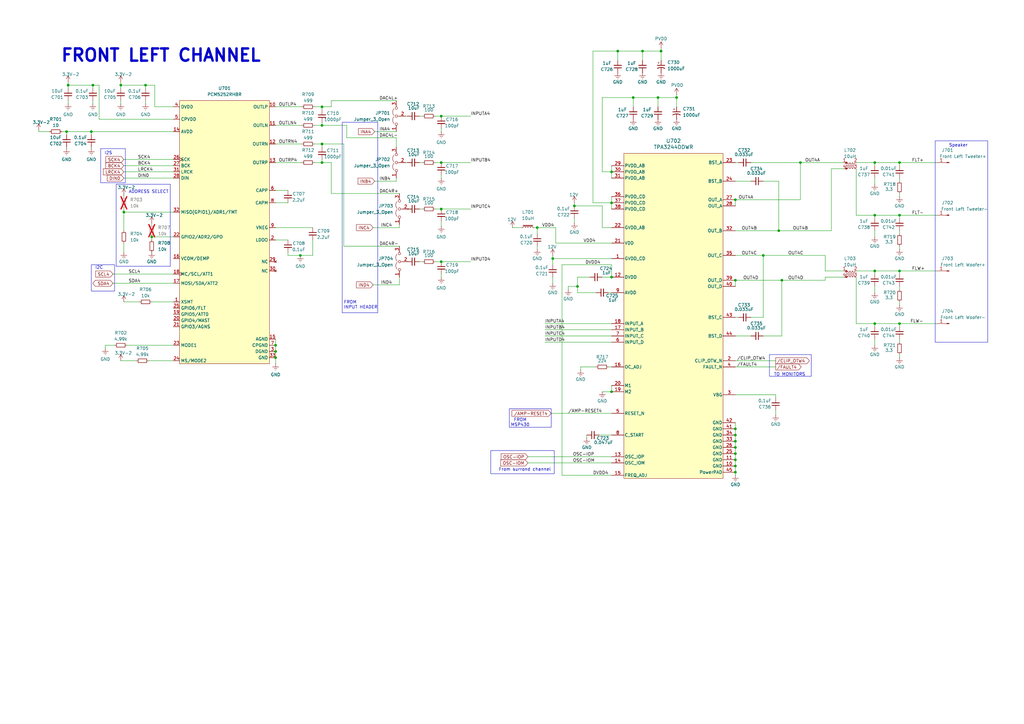
<source format=kicad_sch>
(kicad_sch (version 20250114) (generator "eeschema") (generator_version "9.0")
  (paper "A3")
  (title_block (title "Amplificateur Audio (Base Saine)") (date "2025-05-19") (rev "1.0") (company "NDG"))
  (rectangle (start 201.295 184.785) (end 227.33 194.31))
  (rectangle (start 140.335 50.165) (end 154.94 128.27))
  (rectangle (start 208.915 167.64) (end 226.06 175.26))
  (rectangle (start 315.595 145.415) (end 332.74 154.305))
  (rectangle (start 37.465 108.585) (end 46.99 119.38))
  (rectangle (start 47.625 75.565) (end 69.85 109.22))
  (rectangle (start 383.54 57.785) (end 405.13 140.335))
  (rectangle (start 41.275 60.96) (end 51.435 74.93))
  (text "From surrond channel\n\n" (at 215.265 193.675 0) (effects (font (size 1.27 1.27))))
  (text "FROM\nINPUT HEADER" (at 140.97 125.095 0) (effects (font (size 1.27 1.27)) (justify left)))
  (text "ADDRESS SELECT" (at 60.96 78.74 0) (effects (font (size 1.27 1.27))))
  (text "TO MONITORS" (at 323.85 153.67 0) (effects (font (size 1.27 1.27))))
  (text "I2C\n" (at 40.64 109.855 0) (effects (font (size 1.27 1.27))))
  (text "Speaker\n" (at 393.065 59.69 0) (effects (font (size 1.27 1.27))))
  (text "FROM\nMSP430\n" (at 213.36 173.355 0) (effects (font (size 1.27 1.27))))
  (text "FRONT LEFT CHANNEL\n" (at 66.04 22.86 0) (effects (font (size 5 5) (thickness 1) (bold yes))))
  (text "I2S\n" (at 44.45 62.865 0) (effects (font (size 1.27 1.27))))
  (junction (at 253.365 20.955))
  (junction (at 59.69 34.925))
  (junction (at 368.935 111.125))
  (junction (at 226.695 106.045))
  (junction (at 27.94 34.925))
  (junction (at 113.03 141.605))
  (junction (at 301.625 193.675))
  (junction (at 132.08 43.815))
  (junction (at 301.625 81.915))
  (junction (at 250.825 83.185))
  (junction (at 358.775 88.265))
  (junction (at 180.975 66.675))
  (junction (at 328.295 66.675))
  (junction (at 301.625 178.435))
  (junction (at 37.465 53.975))
  (junction (at 38.1 34.925))
  (junction (at 250.825 160.655))
  (junction (at 113.03 146.685))
  (junction (at 250.825 113.665))
  (junction (at 358.775 111.125))
  (junction (at 220.345 93.345))
  (junction (at 368.935 88.265))
  (junction (at 180.975 47.625))
  (junction (at 368.935 66.675))
  (junction (at 269.875 40.005))
  (junction (at 301.625 114.935))
  (junction (at 113.03 144.145))
  (junction (at 235.585 84.455))
  (junction (at 277.495 40.005))
  (junction (at 320.675 114.935))
  (junction (at 180.975 85.725))
  (junction (at 271.145 20.955))
  (junction (at 368.935 132.715))
  (junction (at 263.525 20.955))
  (junction (at 301.625 175.895))
  (junction (at 49.53 34.925))
  (junction (at 50.8 86.995))
  (junction (at 301.625 188.595))
  (junction (at 132.08 66.675))
  (junction (at 27.305 53.975))
  (junction (at 259.715 40.005))
  (junction (at 62.23 97.155))
  (junction (at 301.625 186.055))
  (junction (at 358.775 66.675))
  (junction (at 301.625 183.515))
  (junction (at 236.855 117.475))
  (junction (at 250.825 70.485))
  (junction (at 319.405 94.615))
  (junction (at 132.08 59.055))
  (junction (at 358.775 132.715))
  (junction (at 301.625 180.975))
  (junction (at 313.055 104.775))
  (junction (at 132.08 51.435))
  (junction (at 180.975 107.315))
  (junction (at 123.19 104.775))
  (junction (at 301.625 191.135))
  (wire (pts (xy 43.18 142.875) (xy 43.18 141.605)))
  (wire (pts (xy 113.03 59.055) (xy 123.825 59.055)))
  (wire (pts (xy 368.935 132.715) (xy 368.935 133.985)))
  (wire (pts (xy 60.96 147.955) (xy 71.12 147.955)))
  (wire (pts (xy 172.085 66.675) (xy 173.355 66.675)))
  (wire (pts (xy 132.08 59.055) (xy 128.905 59.055)))
  (wire (pts (xy 128.905 66.675) (xy 132.08 66.675)))
  (wire (pts (xy 302.895 130.175) (xy 301.625 130.175)))
  (wire (pts (xy 162.56 41.275) (xy 135.89 41.275)))
  (wire (pts (xy 301.625 183.515) (xy 301.625 186.055)))
  (wire (pts (xy 358.775 132.715) (xy 358.775 133.985)))
  (wire (pts (xy 113.03 141.605) (xy 113.03 144.145)))
  (wire (pts (xy 216.535 189.865) (xy 250.825 189.865)))
  (wire (pts (xy 358.775 141.605) (xy 358.775 139.065)))
  (wire (pts (xy 358.775 111.125) (xy 368.935 111.125)))
  (wire (pts (xy 368.935 111.125) (xy 384.175 111.125)))
  (wire (pts (xy 368.935 111.125) (xy 368.935 112.395)))
  (wire (pts (xy 301.625 81.915) (xy 301.625 84.455)))
  (wire (pts (xy 180.975 53.975) (xy 180.975 52.705)))
  (wire (pts (xy 301.625 104.775) (xy 313.055 104.775)))
  (wire (pts (xy 313.055 74.295) (xy 319.405 74.295)))
  (wire (pts (xy 236.855 113.665) (xy 236.855 117.475)))
  (wire (pts (xy 223.52 137.795) (xy 250.825 137.795)))
  (wire (pts (xy 180.975 73.025) (xy 180.975 71.755)))
  (wire (pts (xy 62.23 98.425) (xy 62.23 97.155)))
  (wire (pts (xy 301.625 175.895) (xy 301.625 178.435)))
  (wire (pts (xy 142.24 51.435) (xy 142.24 56.515)))
  (wire (pts (xy 301.625 137.795) (xy 307.975 137.795)))
  (wire (pts (xy 301.625 114.935) (xy 320.675 114.935)))
  (wire (pts (xy 235.585 83.185) (xy 235.585 84.455)))
  (wire (pts (xy 318.135 168.275) (xy 318.135 170.18)))
  (wire (pts (xy 318.135 150.495) (xy 301.625 150.495)))
  (wire (pts (xy 50.8 67.945) (xy 71.12 67.945)))
  (wire (pts (xy 351.155 113.665) (xy 351.155 132.715)))
  (wire (pts (xy 368.935 146.685) (xy 368.935 145.415)))
  (wire (pts (xy 135.89 66.675) (xy 132.08 66.675)))
  (wire (pts (xy 358.775 97.155) (xy 358.775 94.615)))
  (wire (pts (xy 249.555 120.015) (xy 250.825 120.015)))
  (wire (pts (xy 163.83 113.665) (xy 163.83 116.84)))
  (wire (pts (xy 368.935 74.295) (xy 368.935 73.025)))
  (wire (pts (xy 128.27 93.345) (xy 113.03 93.345)))
  (wire (pts (xy 50.8 99.695) (xy 50.8 103.505)))
  (wire (pts (xy 128.27 98.425) (xy 128.27 104.775)))
  (wire (pts (xy 40.64 48.895) (xy 40.64 34.925)))
  (wire (pts (xy 27.94 42.545) (xy 27.94 41.275)))
  (wire (pts (xy 320.675 114.935) (xy 320.675 137.795)))
  (wire (pts (xy 247.015 93.345) (xy 250.825 93.345)))
  (wire (pts (xy 118.11 104.775) (xy 118.11 103.505)))
  (wire (pts (xy 301.625 186.055) (xy 301.625 188.595)))
  (wire (pts (xy 49.53 33.655) (xy 49.53 34.925)))
  (wire (pts (xy 113.03 139.065) (xy 113.03 141.605)))
  (wire (pts (xy 301.625 191.135) (xy 301.625 193.675)))
  (wire (pts (xy 230.505 108.585) (xy 250.825 108.585)))
  (wire (pts (xy 250.825 83.185) (xy 243.205 83.185)))
  (wire (pts (xy 40.64 34.925) (xy 38.1 34.925)))
  (wire (pts (xy 238.125 150.495) (xy 244.475 150.495)))
  (wire (pts (xy 226.695 116.205) (xy 226.695 113.665)))
  (wire (pts (xy 253.365 20.955) (xy 263.525 20.955)))
  (wire (pts (xy 178.435 107.315) (xy 180.975 107.315)))
  (wire (pts (xy 351.155 111.125) (xy 358.775 111.125)))
  (wire (pts (xy 301.625 188.595) (xy 301.625 191.135)))
  (wire (pts (xy 132.08 51.435) (xy 128.905 51.435)))
  (wire (pts (xy 59.69 42.545) (xy 59.69 41.275)))
  (wire (pts (xy 180.975 92.71) (xy 180.975 90.805)))
  (wire (pts (xy 241.935 113.665) (xy 236.855 113.665)))
  (wire (pts (xy 247.015 84.455) (xy 247.015 93.345)))
  (wire (pts (xy 253.365 20.955) (xy 253.365 24.765)))
  (wire (pts (xy 223.52 140.335) (xy 250.825 140.335)))
  (wire (pts (xy 113.03 144.145) (xy 113.03 146.685)))
  (wire (pts (xy 243.205 83.185) (xy 243.205 20.955)))
  (wire (pts (xy 220.345 93.345) (xy 220.345 95.885)))
  (wire (pts (xy 247.015 84.455) (xy 235.585 84.455)))
  (wire (pts (xy 71.12 97.155) (xy 62.23 97.155)))
  (wire (pts (xy 50.8 70.485) (xy 71.12 70.485)))
  (wire (pts (xy 313.055 104.775) (xy 313.055 130.175)))
  (wire (pts (xy 318.135 161.925) (xy 301.625 161.925)))
  (wire (pts (xy 250.825 67.945) (xy 250.825 70.485)))
  (wire (pts (xy 247.015 160.655) (xy 250.825 160.655)))
  (wire (pts (xy 135.89 41.275) (xy 135.89 43.815)))
  (wire (pts (xy 223.52 132.715) (xy 250.825 132.715)))
  (wire (pts (xy 244.475 120.015) (xy 236.855 120.015)))
  (wire (pts (xy 52.07 141.605) (xy 71.12 141.605)))
  (wire (pts (xy 240.665 178.435) (xy 240.665 179.705)))
  (wire (pts (xy 50.8 86.995) (xy 50.8 94.615)))
  (wire (pts (xy 210.185 93.345) (xy 213.995 93.345)))
  (wire (pts (xy 43.18 141.605) (xy 46.99 141.605)))
  (wire (pts (xy 71.12 48.895) (xy 40.64 48.895)))
  (wire (pts (xy 249.555 150.495) (xy 250.825 150.495)))
  (wire (pts (xy 27.94 34.925) (xy 38.1 34.925)))
  (wire (pts (xy 368.935 102.235) (xy 368.935 100.965)))
  (wire (pts (xy 340.995 94.615) (xy 319.405 94.615)))
  (wire (pts (xy 25.4 53.975) (xy 27.305 53.975)))
  (wire (pts (xy 259.715 40.005) (xy 259.715 43.815)))
  (wire (pts (xy 27.94 34.925) (xy 27.94 36.195)))
  (wire (pts (xy 113.03 146.685) (xy 113.03 149.225)))
  (wire (pts (xy 27.94 33.655) (xy 27.94 34.925)))
  (wire (pts (xy 247.015 70.485) (xy 250.825 70.485)))
  (wire (pts (xy 162.56 56.515) (xy 162.56 60.325)))
  (wire (pts (xy 346.075 113.665) (xy 338.455 113.665)))
  (wire (pts (xy 113.03 51.435) (xy 123.825 51.435)))
  (wire (pts (xy 328.295 81.915) (xy 301.625 81.915)))
  (wire (pts (xy 271.145 19.685) (xy 271.145 20.955)))
  (wire (pts (xy 236.855 117.475) (xy 236.855 120.015)))
  (wire (pts (xy 118.11 104.775) (xy 123.19 104.775)))
  (wire (pts (xy 277.495 38.735) (xy 277.495 40.005)))
  (wire (pts (xy 301.625 173.355) (xy 301.625 175.895)))
  (wire (pts (xy 132.08 45.085) (xy 132.08 43.815)))
  (wire (pts (xy 220.345 100.965) (xy 220.345 102.235)))
  (wire (pts (xy 368.935 66.675) (xy 368.935 67.945)))
  (wire (pts (xy 313.055 130.175) (xy 307.975 130.175)))
  (wire (pts (xy 15.875 53.975) (xy 20.32 53.975)))
  (wire (pts (xy 163.83 93.345) (xy 153.035 93.345)))
  (wire (pts (xy 180.975 107.315) (xy 193.04 107.315)))
  (wire (pts (xy 259.715 40.005) (xy 269.875 40.005)))
  (wire (pts (xy 163.83 79.375) (xy 135.89 79.375)))
  (wire (pts (xy 178.435 85.725) (xy 180.975 85.725)))
  (wire (pts (xy 132.08 60.325) (xy 132.08 59.055)))
  (wire (pts (xy 46.355 112.395) (xy 71.12 112.395)))
  (wire (pts (xy 358.775 75.565) (xy 358.775 73.025)))
  (wire (pts (xy 226.695 104.775) (xy 226.695 106.045)))
  (wire (pts (xy 180.975 85.725) (xy 193.04 85.725)))
  (wire (pts (xy 307.975 74.295) (xy 301.625 74.295)))
  (wire (pts (xy 250.825 70.485) (xy 250.825 73.025)))
  (wire (pts (xy 301.625 194.945) (xy 301.625 193.675)))
  (wire (pts (xy 250.825 99.695) (xy 227.965 99.695)))
  (wire (pts (xy 118.11 83.185) (xy 113.03 83.185)))
  (wire (pts (xy 63.5 43.815) (xy 71.12 43.815)))
  (wire (pts (xy 162.56 74.295) (xy 162.56 73.025)))
  (wire (pts (xy 178.435 66.675) (xy 180.975 66.675)))
  (wire (pts (xy 37.465 55.245) (xy 37.465 53.975)))
  (wire (pts (xy 113.03 43.815) (xy 123.825 43.815)))
  (wire (pts (xy 167.005 47.625) (xy 166.37 47.625)))
  (wire (pts (xy 62.23 123.825) (xy 71.12 123.825)))
  (wire (pts (xy 368.935 88.265) (xy 368.935 89.535)))
  (wire (pts (xy 46.355 116.205) (xy 71.12 116.205)))
  (wire (pts (xy 318.135 147.955) (xy 301.625 147.955)))
  (wire (pts (xy 59.69 36.195) (xy 59.69 34.925)))
  (wire (pts (xy 50.8 85.725) (xy 50.8 86.995)))
  (wire (pts (xy 27.305 60.96) (xy 27.305 60.325)))
  (wire (pts (xy 153.67 53.975) (xy 162.56 53.975)))
  (wire (pts (xy 301.625 114.935) (xy 301.625 117.475)))
  (wire (pts (xy 368.935 80.645) (xy 368.935 79.375)))
  (wire (pts (xy 37.465 53.975) (xy 71.12 53.975)))
  (wire (pts (xy 358.775 88.265) (xy 368.935 88.265)))
  (wire (pts (xy 50.8 65.405) (xy 71.12 65.405)))
  (wire (pts (xy 263.525 20.955) (xy 263.525 24.765)))
  (wire (pts (xy 358.775 88.265) (xy 358.775 89.535)))
  (wire (pts (xy 50.8 80.01) (xy 50.8 80.645)))
  (wire (pts (xy 247.015 113.665) (xy 250.825 113.665)))
  (wire (pts (xy 358.775 66.675) (xy 358.775 67.945)))
  (wire (pts (xy 227.965 99.695) (xy 227.965 93.345)))
  (wire (pts (xy 250.825 80.645) (xy 250.825 83.185)))
  (wire (pts (xy 351.155 66.675) (xy 358.775 66.675)))
  (wire (pts (xy 351.155 88.265) (xy 358.775 88.265)))
  (wire (pts (xy 142.24 51.435) (xy 132.08 51.435)))
  (wire (pts (xy 132.08 43.815) (xy 128.905 43.815)))
  (wire (pts (xy 250.825 194.945) (xy 230.505 194.945)))
  (wire (pts (xy 63.5 34.925) (xy 59.69 34.925)))
  (wire (pts (xy 135.89 79.375) (xy 135.89 66.675)))
  (wire (pts (xy 180.975 113.665) (xy 180.975 112.395)))
  (wire (pts (xy 338.455 111.125) (xy 346.075 111.125)))
  (wire (pts (xy 132.08 66.675) (xy 132.08 65.405)))
  (wire (pts (xy 358.775 111.125) (xy 358.775 112.395)))
  (wire (pts (xy 178.435 47.625) (xy 180.975 47.625)))
  (wire (pts (xy 227.965 93.345) (xy 220.345 93.345)))
  (wire (pts (xy 180.975 66.675) (xy 193.04 66.675)))
  (wire (pts (xy 313.055 137.795) (xy 320.675 137.795)))
  (wire (pts (xy 250.825 108.585) (xy 250.825 113.665)))
  (wire (pts (xy 172.085 47.625) (xy 173.355 47.625)))
  (wire (pts (xy 49.53 34.925) (xy 49.53 36.195)))
  (wire (pts (xy 313.055 104.775) (xy 338.455 104.775)))
  (wire (pts (xy 243.205 20.955) (xy 253.365 20.955)))
  (wire (pts (xy 223.52 135.255) (xy 250.825 135.255)))
  (wire (pts (xy 301.625 178.435) (xy 301.625 180.975)))
  (wire (pts (xy 340.995 69.215) (xy 340.995 94.615)))
  (wire (pts (xy 38.1 42.545) (xy 38.1 41.275)))
  (wire (pts (xy 338.455 104.775) (xy 338.455 111.125)))
  (wire (pts (xy 318.135 163.195) (xy 318.135 161.925)))
  (wire (pts (xy 368.935 66.675) (xy 384.175 66.675)))
  (wire (pts (xy 271.145 20.955) (xy 263.525 20.955)))
  (wire (pts (xy 180.975 47.625) (xy 193.04 47.625)))
  (wire (pts (xy 338.455 114.935) (xy 320.675 114.935)))
  (wire (pts (xy 368.935 95.885) (xy 368.935 94.615)))
  (wire (pts (xy 233.045 117.475) (xy 236.855 117.475)))
  (wire (pts (xy 301.625 180.975) (xy 301.625 183.515)))
  (wire (pts (xy 140.97 100.965) (xy 140.97 59.055)))
  (wire (pts (xy 368.935 88.265) (xy 384.175 88.265)))
  (wire (pts (xy 277.495 40.005) (xy 269.875 40.005)))
  (wire (pts (xy 49.53 147.955) (xy 55.88 147.955)))
  (wire (pts (xy 142.24 56.515) (xy 162.56 56.515)))
  (wire (pts (xy 368.935 140.335) (xy 368.935 139.065)))
  (wire (pts (xy 167.005 66.675) (xy 166.37 66.675)))
  (wire (pts (xy 49.53 42.545) (xy 49.53 41.275)))
  (wire (pts (xy 226.695 106.045) (xy 226.695 108.585)))
  (wire (pts (xy 368.935 118.745) (xy 368.935 117.475)))
  (wire (pts (xy 172.085 107.315) (xy 173.355 107.315)))
  (wire (pts (xy 328.295 66.675) (xy 346.075 66.675)))
  (wire (pts (xy 259.715 40.005) (xy 247.015 40.005)))
  (wire (pts (xy 216.535 187.325) (xy 250.825 187.325)))
  (wire (pts (xy 368.935 125.095) (xy 368.935 123.825)))
  (wire (pts (xy 140.97 59.055) (xy 132.08 59.055)))
  (wire (pts (xy 15.875 53.34) (xy 15.875 53.975)))
  (wire (pts (xy 50.8 123.825) (xy 57.15 123.825)))
  (wire (pts (xy 338.455 113.665) (xy 338.455 114.935)))
  (wire (pts (xy 351.155 132.715) (xy 358.775 132.715)))
  (wire (pts (xy 153.67 74.295) (xy 162.56 74.295)))
  (wire (pts (xy 250.825 83.185) (xy 250.825 85.725)))
  (wire (pts (xy 340.995 69.215) (xy 346.075 69.215)))
  (wire (pts (xy 245.745 178.435) (xy 250.825 178.435)))
  (wire (pts (xy 172.085 85.725) (xy 173.355 85.725)))
  (wire (pts (xy 319.405 94.615) (xy 301.625 94.615)))
  (wire (pts (xy 118.11 98.425) (xy 113.03 98.425)))
  (wire (pts (xy 163.83 100.965) (xy 140.97 100.965)))
  (wire (pts (xy 49.53 34.925) (xy 59.69 34.925)))
  (wire (pts (xy 163.83 92.075) (xy 163.83 93.345)))
  (wire (pts (xy 233.045 117.475) (xy 233.045 118.745)))
  (wire (pts (xy 123.19 104.775) (xy 128.27 104.775)))
  (wire (pts (xy 302.895 66.675) (xy 301.625 66.675)))
  (wire (pts (xy 271.145 24.765) (xy 271.145 20.955)))
  (wire (pts (xy 238.125 151.765) (xy 238.125 150.495)))
  (wire (pts (xy 328.295 66.675) (xy 328.295 81.915)))
  (wire (pts (xy 226.06 169.545) (xy 250.825 169.545)))
  (wire (pts (xy 37.465 60.96) (xy 37.465 60.325)))
  (wire (pts (xy 219.075 93.345) (xy 220.345 93.345)))
  (wire (pts (xy 50.8 86.995) (xy 71.12 86.995)))
  (wire (pts (xy 226.695 106.045) (xy 250.825 106.045)))
  (wire (pts (xy 118.11 78.105) (xy 113.03 78.105)))
  (wire (pts (xy 135.89 43.815) (xy 132.08 43.815)))
  (wire (pts (xy 27.305 53.975) (xy 37.465 53.975)))
  (wire (pts (xy 319.405 74.295) (xy 319.405 94.615)))
  (wire (pts (xy 167.005 85.725) (xy 167.64 85.725)))
  (wire (pts (xy 38.1 36.195) (xy 38.1 34.925)))
  (wire (pts (xy 50.8 73.025) (xy 71.12 73.025)))
  (wire (pts (xy 269.875 40.005) (xy 269.875 43.815)))
  (wire (pts (xy 277.495 43.815) (xy 277.495 40.005)))
  (wire (pts (xy 358.775 66.675) (xy 368.935 66.675)))
  (wire (pts (xy 351.155 69.215) (xy 351.155 88.265)))
  (wire (pts (xy 62.23 91.44) (xy 62.23 92.075)))
  (wire (pts (xy 163.83 116.84) (xy 153.035 116.84)))
  (wire (pts (xy 358.775 132.715) (xy 368.935 132.715)))
  (wire (pts (xy 307.975 66.675) (xy 328.295 66.675)))
  (wire (pts (xy 250.825 158.115) (xy 250.825 160.655)))
  (wire (pts (xy 368.935 132.715) (xy 384.175 132.715)))
  (wire (pts (xy 230.505 194.945) (xy 230.505 108.585)))
  (wire (pts (xy 132.08 50.165) (xy 132.08 51.435)))
  (wire (pts (xy 63.5 43.815) (xy 63.5 34.925)))
  (wire (pts (xy 247.015 40.005) (xy 247.015 70.485)))
  (wire (pts (xy 113.03 66.675) (xy 123.825 66.675)))
  (wire (pts (xy 358.775 120.015) (xy 358.775 117.475)))
  (wire (pts (xy 167.005 107.315) (xy 167.64 107.315)))
  (wire (pts (xy 27.305 53.975) (xy 27.305 55.245)))
  (wire (pts (xy 235.585 89.535) (xy 235.585 91.44)))
  (label "OUT4C" (at 323.215 104.775 0))
  (label "OUT4B" (at 304.165 94.615 0))
  (label "{slash}FAULT4" (at 302.26 150.495 0))
  (label "INPUTB4" (at 193.04 66.675 0))
  (label "INPUTA4" (at 193.04 47.625 0))
  (label "OUT4B" (at 325.12 94.615 0))
  (label "{slash}AMP-RESET4" (at 233.045 169.545 0))
  (label "OUT4D" (at 323.215 114.935 0))
  (label "OUTLP4" (at 114.3 43.815 0))
  (label "INC4" (at 156.21 93.345 0))
  (label "OUTLN4" (at 114.3 51.435 0))
  (label "FLT-" (at 374.015 88.265 0))
  (label "DIN0" (at 56.515 73.025 0))
  (label "INPUTB4" (at 223.52 135.255 0))
  (label "DAC4L-" (at 155.575 56.515 0))
  (label "BCK4" (at 56.515 67.945 0))
  (label "INPUTD4" (at 193.04 107.315 0))
  (label "OUT4A" (at 330.2 66.675 0))
  (label "SDA4" (at 52.705 116.205 0))
  (label "IND4" (at 156.21 116.84 0))
  (label "INA4" (at 155.575 53.975 0))
  (label "FLT+" (at 374.015 66.675 0))
  (label "OUT4C" (at 304.165 104.775 0))
  (label "FLW-" (at 373.38 132.715 0))
  (label "OUT4A" (at 302.895 81.915 0))
  (label "INB4" (at 155.575 74.295 0))
  (label "VDD4" (at 222.25 93.345 0))
  (label "SCK4" (at 56.515 65.405 0))
  (label "INPUTA4" (at 223.52 132.715 0))
  (label "INPUTD4" (at 223.52 140.335 0))
  (label "DVDD4" (at 243.205 194.945 0))
  (label "DVDD4" (at 240.03 108.585 0))
  (label "INPUTC4" (at 193.04 85.725 0))
  (label "OSC-IOP" (at 234.95 187.325 0))
  (label "DAC4R-" (at 155.575 100.965 0))
  (label "OUT4D" (at 304.8 114.935 0))
  (label "VDD4" (at 239.2783 99.695 0))
  (label "INPUTC4" (at 223.52 137.795 0))
  (label "DAC4R+" (at 155.575 79.375 0))
  (label "OUTRN4" (at 114.3 59.055 0))
  (label "LRCK4" (at 56.515 70.485 0))
  (label "OSC-IOM" (at 234.95 189.865 0))
  (label "FLW+" (at 374.015 111.125 0))
  (label "OUTRP4" (at 114.3 66.675 0))
  (label "{slash}CLIP_OTW4" (at 302.26 147.955 0))
  (label "SCL4" (at 52.705 112.395 0))
  (label "DAC4L+" (at 155.575 41.275 0))
  (global_label "INB4" (shape input) (at 153.67 74.295 180) (property "Intersheetrefs" "${INTERSHEET_REFS}" (effects (hide yes))))
  (global_label "SCL4" (shape input) (at 46.355 112.395 180) (property "Intersheetrefs" "${INTERSHEET_REFS}" (effects (hide yes))))
  (global_label "{slash}CLIP_OTW4" (shape output) (at 318.135 147.955 0) (property "Intersheetrefs" "${INTERSHEET_REFS}" (effects (hide yes))))
  (global_label "LRCK4" (shape input) (at 50.8 70.485 180) (property "Intersheetrefs" "${INTERSHEET_REFS}" (effects (hide yes))))
  (global_label "INA4" (shape input) (at 153.67 53.975 180) (property "Intersheetrefs" "${INTERSHEET_REFS}" (effects (hide yes))))
  (global_label "{slash}AMP-RESET4" (shape input) (at 226.06 169.545 180) (property "Intersheetrefs" "${INTERSHEET_REFS}" (effects (hide yes))))
  (global_label "DIN0" (shape input) (at 50.8 73.025 180) (property "Intersheetrefs" "${INTERSHEET_REFS}" (effects (hide yes))))
  (global_label "BCK4" (shape input) (at 50.8 67.945 180) (property "Intersheetrefs" "${INTERSHEET_REFS}" (effects (hide yes))))
  (global_label "OSC-IOM" (shape input) (at 216.535 189.865 180) (property "Intersheetrefs" "${INTERSHEET_REFS}" (effects (hide yes))))
  (global_label "SDA4" (shape bidirectional) (at 46.355 116.205 180) (property "Intersheetrefs" "${INTERSHEET_REFS}" (effects (hide yes))))
  (global_label "IND4" (shape input) (at 153.035 116.84 180) (property "Intersheetrefs" "${INTERSHEET_REFS}" (effects (hide yes))))
  (global_label "SCK4" (shape input) (at 50.8 65.405 180) (property "Intersheetrefs" "${INTERSHEET_REFS}" (effects (hide yes))))
  (global_label "{slash}FAULT4" (shape output) (at 318.135 150.495 0) (property "Intersheetrefs" "${INTERSHEET_REFS}" (effects (hide yes))))
  (global_label "INC4" (shape input) (at 153.035 93.345 180) (property "Intersheetrefs" "${INTERSHEET_REFS}" (effects (hide yes))))
  (global_label "OSC-IOP" (shape input) (at 216.535 187.325 180) (property "Intersheetrefs" "${INTERSHEET_REFS}" (effects (hide yes))))
  (symbol (lib_id "power:Earth") (at 27.305 60.96 0) (unit 1)
    (property "Reference" "#PWR0595" (effects (hide yes)))
    (property "Value" "GND" (at 27.305 65.405 0))
    (property "Description" "Power symbol creates a global label with name \"Earth\"" (effects (hide yes)))
  )
  (symbol (lib_id "Device:C_Small") (at 247.015 120.015 90) (unit 1)
    (property "Reference" "C725" (at 251.079 121.285 90))
    (property "Value" "1uF" (at 251.333 123.063 90))
    (property "Description" "Unpolarized capacitor, small symbol" (effects (hide yes)))
  )
  (symbol (lib_id "Device:R_Small") (at 58.42 147.955 90) (unit 1)
    (property "Reference" "R705" (at 58.42 142.875 90))
    (property "Value" "4.99k" (at 58.42 145.415 90))
    (property "Description" "Resistor, small symbol" (effects (hide yes)))
  )
  (symbol (lib_id "power:Earth") (at 180.975 113.665 0) (unit 1)
    (property "Reference" "#PWR0602" (effects (hide yes)))
    (property "Value" "GND" (at 180.975 118.11 0))
    (property "Description" "Power symbol creates a global label with name \"Earth\"" (effects (hide yes)))
  )
  (symbol (lib_id "Device:R_Small") (at 247.015 150.495 270) (unit 1)
    (property "Reference" "R717" (at 247.015 146.431 90))
    (property "Value" "22k" (at 247.015 147.955 90))
    (property "Description" "Resistor, small symbol" (effects (hide yes)))
  )
  (symbol (lib_id "Device:R_Small") (at 22.86 53.975 270) (unit 1)
    (property "Reference" "R701" (at 22.86 48.895 90))
    (property "Value" "10" (at 22.86 51.435 90))
    (property "Description" "Resistor, small symbol" (effects (hide yes)))
  )
  (symbol (lib_id "power:Earth") (at 269.875 48.895 0) (unit 1)
    (property "Reference" "#PWR0614" (effects (hide yes)))
    (property "Value" "GND" (at 269.875 52.705 0))
    (property "Description" "Power symbol creates a global label with name \"Earth\"" (effects (hide yes)))
  )
  (symbol (lib_id "power:Earth") (at 253.365 29.845 0) (unit 1)
    (property "Reference" "#PWR0616" (effects (hide yes)))
    (property "Value" "GND" (at 253.365 33.655 0))
    (property "Description" "Power symbol creates a global label with name \"Earth\"" (effects (hide yes)))
  )
  (symbol (lib_id "power:+12V") (at 271.145 19.685 0) (unit 1)
    (property "Reference" "#PWR0737" (effects (hide yes)))
    (property "Value" "PVDD" (at 271.145 15.875 0))
    (property "Description" "Power symbol creates a global label with name \"+12V\"" (effects (hide yes)))
  )
  (symbol (lib_id "power:Earth") (at 259.715 48.895 0) (unit 1)
    (property "Reference" "#PWR0613" (effects (hide yes)))
    (property "Value" "GND" (at 259.715 52.705 0))
    (property "Description" "Power symbol creates a global label with name \"Earth\"" (effects (hide yes)))
  )
  (symbol (lib_id "Device:C_Small") (at 180.975 109.855 0) (unit 1)
    (property "Reference" "C719" (at 185.42 108.712 0))
    (property "Value" "100pF" (at 185.42 111.252 0))
    (property "Description" "Unpolarized capacitor, small symbol" (effects (hide yes)))
  )
  (symbol (lib_id "Device:R_Small") (at 126.365 43.815 270) (unit 1)
    (property "Reference" "R709" (at 126.365 38.735 90))
    (property "Value" "499" (at 126.365 41.275 90))
    (property "Description" "Resistor, small symbol" (effects (hide yes)))
  )
  (symbol (lib_id "Device:C_Small") (at 180.975 69.215 0) (unit 1)
    (property "Reference" "C717" (at 185.42 68.072 0))
    (property "Value" "100pF" (at 185.42 70.612 0))
    (property "Description" "Unpolarized capacitor, small symbol" (effects (hide yes)))
  )
  (symbol (lib_id "power:Earth") (at 62.23 103.505 0) (unit 1)
    (property "Reference" "#PWR0594" (effects (hide yes)))
    (property "Value" "GND" (at 62.23 107.315 0))
    (property "Description" "Power symbol creates a global label with name \"Earth\"" (effects (hide yes)))
  )
  (symbol (lib_id "Device:C_Small") (at 180.975 88.265 0) (unit 1)
    (property "Reference" "C718" (at 185.42 87.122 0))
    (property "Value" "100pF" (at 185.42 89.662 0))
    (property "Description" "Unpolarized capacitor, small symbol" (effects (hide yes)))
  )
  (symbol (lib_id "power:Earth") (at 271.145 29.845 0) (unit 1)
    (property "Reference" "#PWR0618" (effects (hide yes)))
    (property "Value" "GND" (at 271.145 33.655 0))
    (property "Description" "Power symbol creates a global label with name \"Earth\"" (effects (hide yes)))
  )
  (symbol (lib_id "Device:C_Small") (at 310.515 74.295 270) (unit 1)
    (property "Reference" "C734" (at 310.261 69.215 90))
    (property "Value" "0.033uF" (at 310.261 70.993 90))
    (property "Description" "Unpolarized capacitor, small symbol" (effects (hide yes)))
  )
  (symbol (lib_id "Device:R_Small") (at 175.895 107.315 270) (unit 1)
    (property "Reference" "R716" (at 175.895 103.251 90))
    (property "Value" "100" (at 175.895 104.775 90))
    (property "Description" "Resistor, small symbol" (effects (hide yes)))
  )
  (symbol (lib_id "Device:C_Small") (at 27.305 57.785 180) (unit 1)
    (property "Reference" "C702" (at 22.86 58.928 0))
    (property "Value" "10uF" (at 22.86 56.388 0))
    (property "Description" "Unpolarized capacitor, small symbol" (effects (hide yes)))
  )
  (symbol (lib_id "Device:C_Small") (at 358.775 70.485 180) (unit 1)
    (property "Reference" "C737" (at 354.33 71.628 0))
    (property "Value" "1uF" (at 354.33 69.088 0))
    (property "Description" "Unpolarized capacitor, small symbol" (effects (hide yes)))
  )
  (symbol (lib_id "Device:R_Small") (at 126.365 66.675 270) (unit 1)
    (property "Reference" "R712" (at 126.365 61.595 90))
    (property "Value" "499" (at 126.365 64.135 90))
    (property "Description" "Resistor, small symbol" (effects (hide yes)))
  )
  (symbol (lib_id "Device:C_Polarized_Small_US") (at 271.145 27.305 0) (unit 1)
    (property "Reference" "C730" (at 273.685 25.6031 0) (effects (justify left)))
    (property "Value" "1000uF" (at 273.685 28.1431 0) (effects (justify left)))
    (property "Description" "Polarized capacitor, small US symbol" (effects (hide yes)))
  )
  (symbol (lib_id "Device:C_Small") (at 318.135 165.735 180) (unit 1)
    (property "Reference" "C736" (at 313.69 166.878 0))
    (property "Value" "0.1uF" (at 313.69 164.338 0))
    (property "Description" "Unpolarized capacitor, small symbol" (effects (hide yes)))
  )
  (symbol (lib_id "Device:C_Small") (at 49.53 38.735 180) (unit 1)
    (property "Reference" "C705" (at 45.085 39.878 0))
    (property "Value" "10uF" (at 45.085 37.338 0))
    (property "Description" "Unpolarized capacitor, small symbol" (effects (hide yes)))
  )
  (symbol (lib_id "power:Earth") (at 263.525 29.845 0) (unit 1)
    (property "Reference" "#PWR0617" (effects (hide yes)))
    (property "Value" "GND" (at 263.525 33.655 0))
    (property "Description" "Power symbol creates a global label with name \"Earth\"" (effects (hide yes)))
  )
  (symbol (lib_id "Connector:Conn_01x01_Pin") (at 389.255 111.125 180) (unit 1)
    (property "Reference" "J703" (at 388.62 106.045 0))
    (property "Value" "Front Left Woofer+" (at 394.97 108.585 0))
    (property "Description" "Generic connector, single row, 01x01, script generated" (effects (hide yes)))
  )
  (symbol (lib_id "Libglobal:PCM5252RHBR") (at 85.09 40.005 0) (unit 1)
    (property "Reference" "U701" (at 92.075 36.195 0))
    (property "Value" "PCM5252RHBR" (at 92.075 38.735 0))
  )
  (symbol (lib_id "power:+3V3") (at 50.8 80.01 0) (unit 1)
    (property "Reference" "#PWR0715" (effects (hide yes)))
    (property "Value" "3.3V-2" (at 48.26 76.835 0) (effects (justify left)))
    (property "Description" "Power symbol creates a global label with name \"+3V3\"" (effects (hide yes)))
  )
  (symbol (lib_id "Device:C_Small") (at 368.935 92.075 180) (unit 1)
    (property "Reference" "C742" (at 364.49 93.218 0))
    (property "Value" "0.01uF" (at 364.49 90.678 0))
    (property "Description" "Unpolarized capacitor, small symbol" (effects (hide yes)))
  )
  (symbol (lib_id "Device:R_Small") (at 175.895 47.625 270) (unit 1)
    (property "Reference" "R713" (at 175.895 43.561 90))
    (property "Value" "100" (at 175.895 45.085 90))
    (property "Description" "Resistor, small symbol" (effects (hide yes)))
  )
  (symbol (lib_id "Libglobal:TPA3244DDWR") (at 276.225 135.255 0) (unit 1)
    (property "Reference" "U702" (at 276.225 57.785 0) (effects (font (size 1.524 1.524))))
    (property "Value" "TPA3244DDWR" (at 276.225 60.325 0) (effects (font (size 1.524 1.524))))
    (property "Footprint" "DDV0044D_N" (effects (hide yes)))
    (property "Datasheet" "TPA3255DDV" (effects (hide yes)))
  )
  (symbol (lib_id "Device:L_Iron_Coupled_Small_1243") (at 348.615 67.945 0) (unit 1)
    (property "Reference" "L702" (at 348.615 61.595 0))
    (property "Value" "10uH" (at 348.615 64.135 0))
    (property "Description" "Coupled inductor with iron core, small symbol" (effects (hide yes)))
  )
  (symbol (lib_id "power:Earth") (at 301.625 194.945 0) (unit 1)
    (property "Reference" "#PWR0620" (effects (hide yes)))
    (property "Value" "GND" (at 301.625 198.755 0))
    (property "Description" "Power symbol creates a global label with name \"Earth\"" (effects (hide yes)))
  )
  (symbol (lib_id "Device:R_Small") (at 175.895 85.725 270) (unit 1)
    (property "Reference" "R715" (at 175.895 81.661 90))
    (property "Value" "100" (at 175.895 83.185 90))
    (property "Description" "Resistor, small symbol" (effects (hide yes)))
  )
  (symbol (lib_id "power:Earth") (at 368.935 125.095 0) (unit 1)
    (property "Reference" "#PWR0626" (effects (hide yes)))
    (property "Value" "GND" (at 368.935 128.905 0))
    (property "Description" "Power symbol creates a global label with name \"Earth\"" (effects (hide yes)))
  )
  (symbol (lib_id "Device:C_Small") (at 310.515 137.795 270) (unit 1)
    (property "Reference" "C735" (at 310.261 132.715 90))
    (property "Value" "0.033uF" (at 310.261 134.493 90))
    (property "Description" "Unpolarized capacitor, small symbol" (effects (hide yes)))
  )
  (symbol (lib_id "Device:R_Small") (at 126.365 59.055 270) (unit 1)
    (property "Reference" "R711" (at 126.365 53.975 90))
    (property "Value" "499" (at 126.365 56.515 90))
    (property "Description" "Resistor, small symbol" (effects (hide yes)))
  )
  (symbol (lib_id "Device:C_Small") (at 368.935 136.525 180) (unit 1)
    (property "Reference" "C744" (at 364.49 137.668 0))
    (property "Value" "0.01uF" (at 364.49 135.128 0))
    (property "Description" "Unpolarized capacitor, small symbol" (effects (hide yes)))
  )
  (symbol (lib_id "Device:R_Small") (at 62.23 100.965 180) (unit 1)
    (property "Reference" "R708" (at 64.77 99.6949 0) (effects (justify right)))
    (property "Value" "10k" (at 64.77 102.2349 0) (effects (justify right)))
    (property "Description" "Resistor, small symbol" (effects (hide yes)))
  )
  (symbol (lib_id "Device:C_Small") (at 269.875 46.355 180) (unit 1)
    (property "Reference" "C729" (at 265.43 47.498 0))
    (property "Value" "1uF" (at 265.43 44.958 0))
    (property "Description" "Unpolarized capacitor, small symbol" (effects (hide yes)))
  )
  (symbol (lib_id "power:Earth") (at 123.19 104.775 0) (unit 1)
    (property "Reference" "#PWR0601" (effects (hide yes)))
    (property "Value" "GND" (at 123.19 109.22 0))
    (property "Description" "Power symbol creates a global label with name \"Earth\"" (effects (hide yes)))
  )
  (symbol (lib_id "Device:C_Small") (at 169.545 85.725 90) (unit 1)
    (property "Reference" "C714" (at 169.418 80.772 90))
    (property "Value" "10uF" (at 169.799 82.423 90))
    (property "Description" "Unpolarized capacitor, small symbol" (effects (hide yes)))
  )
  (symbol (lib_id "Device:R_Small") (at 368.935 76.835 0) (unit 1)
    (property "Reference" "R718" (at 364.871 75.565 0))
    (property "Value" "3.3" (at 364.617 77.597 0))
    (property "Description" "Resistor, small symbol" (effects (hide yes)))
  )
  (symbol (lib_id "power:Earth") (at 233.045 118.745 0) (unit 1)
    (property "Reference" "#PWR0610" (effects (hide yes)))
    (property "Value" "GND" (at 233.045 122.555 0))
    (property "Description" "Power symbol creates a global label with name \"Earth\"" (effects (hide yes)))
  )
  (symbol (lib_id "power:+3V3") (at 15.875 53.34 0) (unit 1)
    (property "Reference" "#PWR0716" (effects (hide yes)))
    (property "Value" "3.3V-2" (at 13.335 50.165 0) (effects (justify left)))
    (property "Description" "Power symbol creates a global label with name \"+3V3\"" (effects (hide yes)))
  )
  (symbol (lib_id "Device:R_Small") (at 368.935 142.875 0) (unit 1)
    (property "Reference" "R721" (at 364.871 141.605 0))
    (property "Value" "3.3" (at 364.617 143.637 0))
    (property "Description" "Resistor, small symbol" (effects (hide yes)))
  )
  (symbol (lib_id "power:Earth") (at 113.03 149.225 0) (unit 1)
    (property "Reference" "#PWR0591" (effects (hide yes)))
    (property "Value" "GND" (at 113.03 153.67 0))
    (property "Description" "Power symbol creates a global label with name \"Earth\"" (effects (hide yes)))
  )
  (symbol (lib_id "Device:C_Small") (at 305.435 66.675 270) (unit 1)
    (property "Reference" "C732" (at 305.181 61.595 90))
    (property "Value" "0.033uF" (at 305.181 63.373 90))
    (property "Description" "Unpolarized capacitor, small symbol" (effects (hide yes)))
  )
  (symbol (lib_id "Device:C_Small") (at 169.545 107.315 90) (unit 1)
    (property "Reference" "C715" (at 169.418 102.362 90))
    (property "Value" "10uF" (at 169.799 104.013 90))
    (property "Description" "Unpolarized capacitor, small symbol" (effects (hide yes)))
  )
  (symbol (lib_id "power:Earth") (at 50.8 103.505 0) (unit 1)
    (property "Reference" "#PWR0593" (effects (hide yes)))
    (property "Value" "GND" (at 50.8 107.315 0))
    (property "Description" "Power symbol creates a global label with name \"Earth\"" (effects (hide yes)))
  )
  (symbol (lib_id "Device:C_Small") (at 358.775 92.075 180) (unit 1)
    (property "Reference" "C738" (at 354.33 93.218 0))
    (property "Value" "1uF" (at 354.33 90.678 0))
    (property "Description" "Unpolarized capacitor, small symbol" (effects (hide yes)))
  )
  (symbol (lib_id "Device:C_Small") (at 169.545 47.625 90) (unit 1)
    (property "Reference" "C712" (at 169.418 42.672 90))
    (property "Value" "10uF" (at 169.799 44.323 90))
    (property "Description" "Unpolarized capacitor, small symbol" (effects (hide yes)))
  )
  (symbol (lib_id "Device:C_Small") (at 59.69 38.735 180) (unit 1)
    (property "Reference" "C706" (at 55.245 39.878 0))
    (property "Value" "0.1uF" (at 55.245 37.338 0))
    (property "Description" "Unpolarized capacitor, small symbol" (effects (hide yes)))
  )
  (symbol (lib_id "Device:C_Small") (at 118.11 100.965 0) (unit 1)
    (property "Reference" "C708" (at 122.555 99.822 0))
    (property "Value" "0.1uF" (at 122.555 102.362 0))
    (property "Description" "Unpolarized capacitor, small symbol" (effects (hide yes)))
  )
  (symbol (lib_id "power:+3V3") (at 49.53 33.655 0) (unit 1)
    (property "Reference" "#PWR0717" (effects (hide yes)))
    (property "Value" "3.3V-2" (at 46.99 30.48 0) (effects (justify left)))
    (property "Description" "Power symbol creates a global label with name \"+3V3\"" (effects (hide yes)))
  )
  (symbol (lib_id "power:Earth") (at 368.935 80.645 0) (unit 1)
    (property "Reference" "#PWR0631" (effects (hide yes)))
    (property "Value" "GND" (at 368.935 84.455 0))
    (property "Description" "Power symbol creates a global label with name \"Earth\"" (effects (hide yes)))
  )
  (symbol (lib_id "Device:L_Iron_Small") (at 216.535 93.345 90) (unit 1)
    (property "Reference" "L701" (at 216.535 86.995 90))
    (property "Value" "10uH" (at 216.535 89.535 90))
    (property "Description" "Inductor with iron core, small symbol" (effects (hide yes)))
  )
  (symbol (lib_id "power:Earth") (at 59.69 42.545 0) (unit 1)
    (property "Reference" "#PWR0600" (effects (hide yes)))
    (property "Value" "GND" (at 59.69 46.99 0))
    (property "Description" "Power symbol creates a global label with name \"Earth\"" (effects (hide yes)))
  )
  (symbol (lib_id "Device:C_Small") (at 37.465 57.785 180) (unit 1)
    (property "Reference" "C704" (at 33.02 58.928 0))
    (property "Value" "0.1uF" (at 33.02 56.388 0))
    (property "Description" "Unpolarized capacitor, small symbol" (effects (hide yes)))
  )
  (symbol (lib_id "power:+3V3") (at 27.94 33.655 0) (unit 1)
    (property "Reference" "#PWR0718" (effects (hide yes)))
    (property "Value" "3.3V-2" (at 25.4 30.48 0) (effects (justify left)))
    (property "Description" "Power symbol creates a global label with name \"+3V3\"" (effects (hide yes)))
  )
  (symbol (lib_id "power:Earth") (at 180.975 53.975 0) (unit 1)
    (property "Reference" "#PWR0604" (effects (hide yes)))
    (property "Value" "GND" (at 180.975 58.42 0))
    (property "Description" "Power symbol creates a global label with name \"Earth\"" (effects (hide yes)))
  )
  (symbol (lib_id "power:Earth") (at 368.935 102.235 0) (unit 1)
    (property "Reference" "#PWR0629" (effects (hide yes)))
    (property "Value" "GND" (at 368.935 106.045 0))
    (property "Description" "Power symbol creates a global label with name \"Earth\"" (effects (hide yes)))
  )
  (symbol (lib_id "Device:C_Small") (at 305.435 130.175 270) (unit 1)
    (property "Reference" "C733" (at 305.181 125.095 90))
    (property "Value" "0.033uF" (at 305.181 126.873 90))
    (property "Description" "Unpolarized capacitor, small symbol" (effects (hide yes)))
  )
  (symbol (lib_id "Device:C_Small") (at 235.585 86.995 180) (unit 1)
    (property "Reference" "C722" (at 231.14 88.138 0))
    (property "Value" "0.1uF" (at 231.14 85.598 0))
    (property "Description" "Unpolarized capacitor, small symbol" (effects (hide yes)))
  )
  (symbol (lib_id "power:Earth") (at 358.775 75.565 0) (unit 1)
    (property "Reference" "#PWR0630" (effects (hide yes)))
    (property "Value" "GND" (at 358.775 79.375 0))
    (property "Description" "Power symbol creates a global label with name \"Earth\"" (effects (hide yes)))
  )
  (symbol (lib_id "power:+3V3") (at 50.8 123.825 0) (unit 1)
    (property "Reference" "#PWR0713" (effects (hide yes)))
    (property "Value" "3.3V-2" (at 48.26 120.65 0) (effects (justify left)))
    (property "Description" "Power symbol creates a global label with name \"+3V3\"" (effects (hide yes)))
  )
  (symbol (lib_id "Jumper:Jumper_3_Open") (at 163.83 107.315 90) (unit 1)
    (property "Reference" "JP704" (at 161.29 106.0449 90) (effects (justify left)))
    (property "Value" "Jumper_3_Open" (at 161.29 108.5849 90) (effects (justify left)))
    (property "Description" "Jumper, 3-pole, both open" (effects (hide yes)))
  )
  (symbol (lib_id "Device:C_Small") (at 128.27 95.885 0) (unit 1)
    (property "Reference" "C709" (at 132.715 94.742 0))
    (property "Value" "2.2uF" (at 132.715 97.282 0))
    (property "Description" "Unpolarized capacitor, small symbol" (effects (hide yes)))
  )
  (symbol (lib_id "Device:R_Small") (at 175.895 66.675 270) (unit 1)
    (property "Reference" "R714" (at 175.895 62.611 90))
    (property "Value" "100" (at 175.895 64.135 90))
    (property "Description" "Resistor, small symbol" (effects (hide yes)))
  )
  (symbol (lib_id "power:Earth") (at 318.135 170.18 0) (unit 1)
    (property "Reference" "#PWR0619" (effects (hide yes)))
    (property "Value" "GND" (at 318.135 173.99 0))
    (property "Description" "Power symbol creates a global label with name \"Earth\"" (effects (hide yes)))
  )
  (symbol (lib_id "Device:C_Small") (at 368.935 114.935 180) (unit 1)
    (property "Reference" "C743" (at 364.49 116.078 0))
    (property "Value" "0.01uF" (at 364.49 113.538 0))
    (property "Description" "Unpolarized capacitor, small symbol" (effects (hide yes)))
  )
  (symbol (lib_id "Device:C_Small") (at 169.545 66.675 90) (unit 1)
    (property "Reference" "C713" (at 169.418 61.722 90))
    (property "Value" "10uF" (at 169.799 63.373 90))
    (property "Description" "Unpolarized capacitor, small symbol" (effects (hide yes)))
  )
  (symbol (lib_id "Device:C_Small") (at 132.08 47.625 0) (unit 1)
    (property "Reference" "C710" (at 136.525 46.482 0))
    (property "Value" "1000pF" (at 136.525 49.022 0))
    (property "Description" "Unpolarized capacitor, small symbol" (effects (hide yes)))
  )
  (symbol (lib_id "power:Earth") (at 38.1 42.545 0) (unit 1)
    (property "Reference" "#PWR0598" (effects (hide yes)))
    (property "Value" "GND" (at 38.1 46.99 0))
    (property "Description" "Power symbol creates a global label with name \"Earth\"" (effects (hide yes)))
  )
  (symbol (lib_id "Device:L_Iron_Coupled_Small_1243") (at 348.615 112.395 0) (unit 1)
    (property "Reference" "L703" (at 348.615 106.045 0))
    (property "Value" "10uH" (at 348.615 108.585 0))
    (property "Description" "Coupled inductor with iron core, small symbol" (effects (hide yes)))
  )
  (symbol (lib_id "Device:C_Small") (at 253.365 27.305 180) (unit 1)
    (property "Reference" "C726" (at 248.92 28.448 0))
    (property "Value" "1uF" (at 248.92 25.908 0))
    (property "Description" "Unpolarized capacitor, small symbol" (effects (hide yes)))
  )
  (symbol (lib_id "power:Earth") (at 49.53 42.545 0) (unit 1)
    (property "Reference" "#PWR0599" (effects (hide yes)))
    (property "Value" "GND" (at 49.53 46.99 0))
    (property "Description" "Power symbol creates a global label with name \"Earth\"" (effects (hide yes)))
  )
  (symbol (lib_id "power:+3V3") (at 49.53 147.955 0) (unit 1)
    (property "Reference" "#PWR0712" (effects (hide yes)))
    (property "Value" "3.3V-2" (at 46.99 144.78 0) (effects (justify left)))
    (property "Description" "Power symbol creates a global label with name \"+3V3\"" (effects (hide yes)))
  )
  (symbol (lib_id "power:Earth") (at 180.975 73.025 0) (unit 1)
    (property "Reference" "#PWR0605" (effects (hide yes)))
    (property "Value" "GND" (at 180.975 77.47 0))
    (property "Description" "Power symbol creates a global label with name \"Earth\"" (effects (hide yes)))
  )
  (symbol (lib_id "Device:R_Small") (at 50.8 83.185 180) (unit 1) (dnp yes)
    (property "Reference" "R703" (at 53.34 81.9149 0) (effects (justify right)))
    (property "Value" "10k" (at 53.34 84.4549 0) (effects (justify right)))
    (property "Description" "Resistor, small symbol" (effects (hide yes)))
  )
  (symbol (lib_id "power:+12V") (at 226.695 104.775 0) (unit 1)
    (property "Reference" "#PWR0725" (effects (hide yes)))
    (property "Value" "12V" (at 226.441 101.219 0))
    (property "Description" "Power symbol creates a global label with name \"+12V\"" (effects (hide yes)))
  )
  (symbol (lib_id "power:Earth") (at 37.465 60.96 0) (unit 1)
    (property "Reference" "#PWR0596" (effects (hide yes)))
    (property "Value" "GND" (at 37.465 65.405 0))
    (property "Description" "Power symbol creates a global label with name \"Earth\"" (effects (hide yes)))
  )
  (symbol (lib_id "power:Earth") (at 358.775 120.015 0) (unit 1)
    (property "Reference" "#PWR0624" (effects (hide yes)))
    (property "Value" "GND" (at 358.775 123.825 0))
    (property "Description" "Power symbol creates a global label with name \"Earth\"" (effects (hide yes)))
  )
  (symbol (lib_id "Jumper:Jumper_3_Open") (at 162.56 47.625 90) (unit 1)
    (property "Reference" "JP701" (at 160.02 46.3549 90) (effects (justify left)))
    (property "Value" "Jumper_3_Open" (at 160.02 48.8949 90) (effects (justify left)))
    (property "Description" "Jumper, 3-pole, both open" (effects (hide yes)))
  )
  (symbol (lib_id "Device:C_Small") (at 38.1 38.735 180) (unit 1)
    (property "Reference" "C703" (at 33.655 39.878 0))
    (property "Value" "0.1uF" (at 33.655 37.338 0))
    (property "Description" "Unpolarized capacitor, small symbol" (effects (hide yes)))
  )
  (symbol (lib_id "Device:R_Small") (at 126.365 51.435 270) (unit 1)
    (property "Reference" "R710" (at 126.365 46.355 90))
    (property "Value" "499" (at 126.365 48.895 90))
    (property "Description" "Resistor, small symbol" (effects (hide yes)))
  )
  (symbol (lib_id "Device:C_Small") (at 263.525 27.305 180) (unit 1)
    (property "Reference" "C728" (at 259.08 28.448 0))
    (property "Value" "1uF" (at 259.08 25.908 0))
    (property "Description" "Unpolarized capacitor, small symbol" (effects (hide yes)))
  )
  (symbol (lib_id "power:Earth") (at 235.585 91.44 0) (unit 1)
    (property "Reference" "#PWR0612" (effects (hide yes)))
    (property "Value" "GND" (at 235.585 95.25 0))
    (property "Description" "Power symbol creates a global label with name \"Earth\"" (effects (hide yes)))
  )
  (symbol (lib_id "Device:C_Polarized_Small_US") (at 277.495 46.355 0) (unit 1)
    (property "Reference" "C731" (at 280.035 44.6531 0) (effects (justify left)))
    (property "Value" "1000uF" (at 280.035 47.1931 0) (effects (justify left)))
    (property "Description" "Polarized capacitor, small US symbol" (effects (hide yes)))
  )
  (symbol (lib_id "Device:C_Small") (at 368.935 70.485 180) (unit 1)
    (property "Reference" "C741" (at 364.49 71.628 0))
    (property "Value" "0.01uF" (at 364.49 69.088 0))
    (property "Description" "Unpolarized capacitor, small symbol" (effects (hide yes)))
  )
  (symbol (lib_id "Device:R_Small") (at 368.935 121.285 0) (unit 1)
    (property "Reference" "R720" (at 364.871 120.015 0))
    (property "Value" "3.3" (at 364.617 122.047 0))
    (property "Description" "Resistor, small symbol" (effects (hide yes)))
  )
  (symbol (lib_id "Device:C_Small") (at 259.715 46.355 180) (unit 1)
    (property "Reference" "C727" (at 255.27 47.498 0))
    (property "Value" "1uF" (at 255.27 44.958 0))
    (property "Description" "Unpolarized capacitor, small symbol" (effects (hide yes)))
  )
  (symbol (lib_id "power:Earth") (at 247.015 160.655 0) (unit 1)
    (property "Reference" "#PWR0607" (effects (hide yes)))
    (property "Value" "GND" (at 247.015 164.465 0))
    (property "Description" "Power symbol creates a global label with name \"Earth\"" (effects (hide yes)))
  )
  (symbol (lib_id "power:Earth") (at 226.695 116.205 0) (unit 1)
    (property "Reference" "#PWR0609" (effects (hide yes)))
    (property "Value" "GND" (at 226.695 120.015 0))
    (property "Description" "Power symbol creates a global label with name \"Earth\"" (effects (hide yes)))
  )
  (symbol (lib_id "power:+12V") (at 235.585 83.185 0) (unit 1)
    (property "Reference" "#PWR0728" (effects (hide yes)))
    (property "Value" "12V" (at 235.331 79.883 0))
    (property "Description" "Power symbol creates a global label with name \"+12V\"" (effects (hide yes)))
  )
  (symbol (lib_id "Device:C_Small") (at 226.695 111.125 180) (unit 1)
    (property "Reference" "C721" (at 222.25 112.268 0))
    (property "Value" "0.1uF" (at 222.25 109.728 0))
    (property "Description" "Unpolarized capacitor, small symbol" (effects (hide yes)))
  )
  (symbol (lib_id "Jumper:Jumper_3_Open") (at 163.83 85.725 90) (unit 1)
    (property "Reference" "JP703" (at 161.29 84.4549 90) (effects (justify left)))
    (property "Value" "Jumper_3_Open" (at 161.29 86.9949 90) (effects (justify left)))
    (property "Description" "Jumper, 3-pole, both open" (effects (hide yes)))
  )
  (symbol (lib_id "power:Earth") (at 27.94 42.545 0) (unit 1)
    (property "Reference" "#PWR0597" (effects (hide yes)))
    (property "Value" "GND" (at 27.94 46.99 0))
    (property "Description" "Power symbol creates a global label with name \"Earth\"" (effects (hide yes)))
  )
  (symbol (lib_id "Connector:Conn_01x01_Pin") (at 389.255 132.715 180) (unit 1)
    (property "Reference" "J704" (at 388.62 127.635 0))
    (property "Value" "Front Left Woofer-" (at 394.97 130.175 0))
    (property "Description" "Generic connector, single row, 01x01, script generated" (effects (hide yes)))
  )
  (symbol (lib_id "Device:C_Small") (at 243.205 178.435 90) (unit 1)
    (property "Reference" "C723" (at 247.269 179.705 90))
    (property "Value" "0.047uF" (at 247.523 181.483 90))
    (property "Description" "Unpolarized capacitor, small symbol" (effects (hide yes)))
  )
  (symbol (lib_id "Device:C_Small") (at 27.94 38.735 180) (unit 1)
    (property "Reference" "C701" (at 23.495 39.878 0))
    (property "Value" "10uF" (at 23.495 37.338 0))
    (property "Description" "Unpolarized capacitor, small symbol" (effects (hide yes)))
  )
  (symbol (lib_id "Device:C_Small") (at 358.775 136.525 180) (unit 1)
    (property "Reference" "C740" (at 354.33 137.668 0))
    (property "Value" "1uF" (at 354.33 135.128 0))
    (property "Description" "Unpolarized capacitor, small symbol" (effects (hide yes)))
  )
  (symbol (lib_id "power:Earth") (at 238.125 151.765 0) (unit 1)
    (property "Reference" "#PWR0608" (effects (hide yes)))
    (property "Value" "GND" (at 238.125 155.575 0))
    (property "Description" "Power symbol creates a global label with name \"Earth\"" (effects (hide yes)))
  )
  (symbol (lib_id "Device:C_Small") (at 180.975 50.165 0) (unit 1)
    (property "Reference" "C716" (at 185.42 49.022 0))
    (property "Value" "100pF" (at 185.42 51.562 0))
    (property "Description" "Unpolarized capacitor, small symbol" (effects (hide yes)))
  )
  (symbol (lib_id "Device:C_Small") (at 132.08 62.865 0) (unit 1)
    (property "Reference" "C711" (at 136.525 61.722 0))
    (property "Value" "1000pF" (at 136.525 64.262 0))
    (property "Description" "Unpolarized capacitor, small symbol" (effects (hide yes)))
  )
  (symbol (lib_id "Device:C_Small") (at 358.775 114.935 180) (unit 1)
    (property "Reference" "C739" (at 354.33 116.078 0))
    (property "Value" "1uF" (at 354.33 113.538 0))
    (property "Description" "Unpolarized capacitor, small symbol" (effects (hide yes)))
  )
  (symbol (lib_id "Connector:Conn_01x01_Pin") (at 389.255 66.675 180) (unit 1)
    (property "Reference" "J701" (at 388.62 61.595 0))
    (property "Value" "Front Left Tweeter+" (at 394.97 64.135 0))
    (property "Description" "Generic connector, single row, 01x01, script generated" (effects (hide yes)))
  )
  (symbol (lib_id "power:+12V") (at 277.495 38.735 0) (unit 1)
    (property "Reference" "#PWR0739" (effects (hide yes)))
    (property "Value" "PVDD" (at 277.749 34.925 0))
    (property "Description" "Power symbol creates a global label with name \"+12V\"" (effects (hide yes)))
  )
  (symbol (lib_id "Device:R_Small") (at 62.23 94.615 180) (unit 1) (dnp yes)
    (property "Reference" "R707" (at 64.77 93.3449 0) (effects (justify right)))
    (property "Value" "10k" (at 64.77 95.8849 0) (effects (justify right)))
    (property "Description" "Resistor, small symbol" (effects (hide yes)))
  )
  (symbol (lib_id "Device:R_Small") (at 368.935 98.425 0) (unit 1)
    (property "Reference" "R719" (at 364.871 97.155 0))
    (property "Value" "3.3" (at 364.617 99.187 0))
    (property "Description" "Resistor, small symbol" (effects (hide yes)))
  )
  (symbol (lib_id "power:Earth") (at 43.18 142.875 0) (unit 1)
    (property "Reference" "#PWR0592" (effects (hide yes)))
    (property "Value" "GND" (at 43.18 147.32 0))
    (property "Description" "Power symbol creates a global label with name \"Earth\"" (effects (hide yes)))
  )
  (symbol (lib_id "power:Earth") (at 277.495 48.895 0) (unit 1)
    (property "Reference" "#PWR0615" (effects (hide yes)))
    (property "Value" "GND" (at 277.495 52.705 0))
    (property "Description" "Power symbol creates a global label with name \"Earth\"" (effects (hide yes)))
  )
  (symbol (lib_id "power:+3V3") (at 62.23 91.44 0) (unit 1)
    (property "Reference" "#PWR0714" (effects (hide yes)))
    (property "Value" "3.3V-2" (at 59.69 88.265 0) (effects (justify left)))
    (property "Description" "Power symbol creates a global label with name \"+3V3\"" (effects (hide yes)))
  )
  (symbol (lib_id "power:+12V") (at 210.185 93.345 0) (unit 1)
    (property "Reference" "#PWR0723" (effects (hide yes)))
    (property "Value" "12V" (at 209.931 90.043 0))
    (property "Description" "Power symbol creates a global label with name \"+12V\"" (effects (hide yes)))
  )
  (symbol (lib_id "Device:C_Small") (at 118.11 80.645 0) (unit 1)
    (property "Reference" "C707" (at 122.555 79.502 0))
    (property "Value" "2.2uF" (at 122.555 82.042 0))
    (property "Description" "Unpolarized capacitor, small symbol" (effects (hide yes)))
  )
  (symbol (lib_id "power:Earth") (at 220.345 102.235 0) (unit 1)
    (property "Reference" "#PWR0611" (effects (hide yes)))
    (property "Value" "GND" (at 220.345 106.045 0))
    (property "Description" "Power symbol creates a global label with name \"Earth\"" (effects (hide yes)))
  )
  (symbol (lib_id "Jumper:Jumper_3_Open") (at 162.56 66.675 90) (unit 1)
    (property "Reference" "JP702" (at 160.02 65.4049 90) (effects (justify left)))
    (property "Value" "Jumper_3_Open" (at 160.02 67.9449 90) (effects (justify left)))
    (property "Description" "Jumper, 3-pole, both open" (effects (hide yes)))
  )
  (symbol (lib_id "Device:C_Small") (at 220.345 98.425 180) (unit 1)
    (property "Reference" "C720" (at 215.9 99.568 0))
    (property "Value" "0.1uF" (at 215.9 97.028 0))
    (property "Description" "Unpolarized capacitor, small symbol" (effects (hide yes)))
  )
  (symbol (lib_id "Device:R_Small") (at 49.53 141.605 90) (unit 1)
    (property "Reference" "R702" (at 49.53 136.525 90))
    (property "Value" "4.99k" (at 49.53 139.065 90))
    (property "Description" "Resistor, small symbol" (effects (hide yes)))
  )
  (symbol (lib_id "Connector:Conn_01x01_Pin") (at 389.255 88.265 180) (unit 1)
    (property "Reference" "J702" (at 388.62 83.185 0))
    (property "Value" "Front Left Tweeter-" (at 395.605 85.725 0))
    (property "Description" "Generic connector, single row, 01x01, script generated" (effects (hide yes)))
  )
  (symbol (lib_id "power:Earth") (at 358.775 141.605 0) (unit 1)
    (property "Reference" "#PWR0622" (effects (hide yes)))
    (property "Value" "GND" (at 358.775 145.415 0))
    (property "Description" "Power symbol creates a global label with name \"Earth\"" (effects (hide yes)))
  )
  (symbol (lib_id "power:Earth") (at 240.665 179.705 0) (unit 1)
    (property "Reference" "#PWR0606" (effects (hide yes)))
    (property "Value" "GND" (at 240.665 183.515 0))
    (property "Description" "Power symbol creates a global label with name \"Earth\"" (effects (hide yes)))
  )
  (symbol (lib_id "power:Earth") (at 180.975 92.71 0) (unit 1)
    (property "Reference" "#PWR0603" (effects (hide yes)))
    (property "Value" "GND" (at 180.975 97.155 0))
    (property "Description" "Power symbol creates a global label with name \"Earth\"" (effects (hide yes)))
  )
  (symbol (lib_id "power:Earth") (at 358.775 97.155 0) (unit 1)
    (property "Reference" "#PWR0627" (effects (hide yes)))
    (property "Value" "GND" (at 358.775 100.965 0))
    (property "Description" "Power symbol creates a global label with name \"Earth\"" (effects (hide yes)))
  )
  (symbol (lib_id "Device:R_Small") (at 50.8 97.155 180) (unit 1)
    (property "Reference" "R704" (at 53.34 95.8849 0) (effects (justify right)))
    (property "Value" "10k" (at 53.34 98.4249 0) (effects (justify right)))
    (property "Description" "Resistor, small symbol" (effects (hide yes)))
  )
  (symbol (lib_id "power:Earth") (at 368.935 146.685 0) (unit 1)
    (property "Reference" "#PWR0621" (effects (hide yes)))
    (property "Value" "GND" (at 368.935 150.495 0))
    (property "Description" "Power symbol creates a global label with name \"Earth\"" (effects (hide yes)))
  )
  (symbol (lib_id "Device:R_Small") (at 59.69 123.825 90) (unit 1)
    (property "Reference" "R706" (at 59.69 118.745 90))
    (property "Value" "10k" (at 59.69 121.285 90))
    (property "Description" "Resistor, small symbol" (effects (hide yes)))
  )
  (symbol (lib_id "Device:C_Small") (at 244.475 113.665 270) (unit 1)
    (property "Reference" "C724" (at 248.539 110.109 90))
    (property "Value" "1uF" (at 248.793 111.887 90))
    (property "Description" "Unpolarized capacitor, small symbol" (effects (hide yes)))
  )
)
</source>
